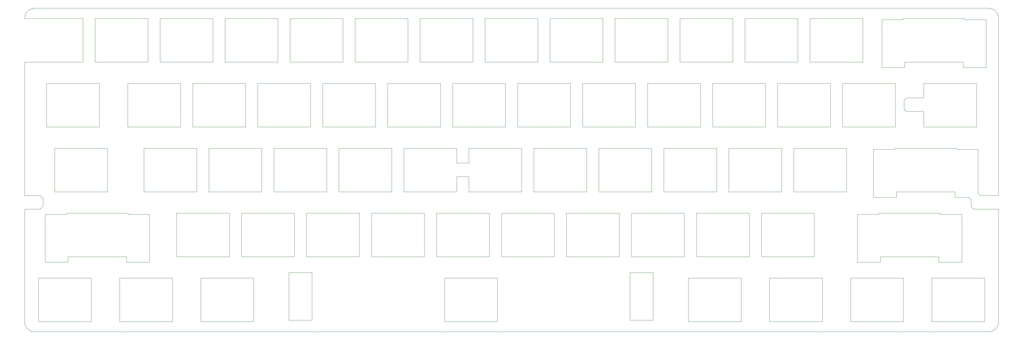
<source format=gbr>
G04 #@! TF.GenerationSoftware,KiCad,Pcbnew,(5.1.6-0-10_14)*
G04 #@! TF.CreationDate,2020-07-07T16:27:11+09:00*
G04 #@! TF.ProjectId,reviung61-top-plate,72657669-756e-4673-9631-2d746f702d70,1.0*
G04 #@! TF.SameCoordinates,Original*
G04 #@! TF.FileFunction,Profile,NP*
%FSLAX46Y46*%
G04 Gerber Fmt 4.6, Leading zero omitted, Abs format (unit mm)*
G04 Created by KiCad (PCBNEW (5.1.6-0-10_14)) date 2020-07-07 16:27:11*
%MOMM*%
%LPD*%
G01*
G04 APERTURE LIST*
G04 #@! TA.AperFunction,Profile*
%ADD10C,0.100000*%
G04 #@! TD*
G04 APERTURE END LIST*
D10*
X19994833Y-75000000D02*
X24040000Y-75000000D01*
X19994833Y-35822008D02*
X19994833Y-75000000D01*
X301882816Y-37421997D02*
X295132819Y-37421997D01*
X301882816Y-23421990D02*
X301882816Y-37421997D01*
X295569830Y-23421990D02*
X301882816Y-23421990D01*
X295569830Y-23021993D02*
X295569830Y-23421990D01*
X277569830Y-23021993D02*
X295569830Y-23021993D01*
X277569830Y-23421990D02*
X277569830Y-23021993D01*
X271256822Y-23421990D02*
X277569830Y-23421990D01*
X271256822Y-37421997D02*
X271256822Y-23421990D01*
X278006819Y-37421997D02*
X271256822Y-37421997D01*
X278006819Y-35822008D02*
X278006819Y-37421997D01*
X295132819Y-35822008D02*
X278006819Y-35822008D01*
X295132819Y-37421997D02*
X295132819Y-35822008D01*
X299082320Y-42071993D02*
X299082320Y-54872008D01*
X283582319Y-42071993D02*
X299082320Y-42071993D01*
X283582319Y-46345009D02*
X283582319Y-42071993D01*
X278804488Y-46345009D02*
X283582319Y-46345009D01*
X277804484Y-47345013D02*
X277809646Y-47242767D01*
X277809646Y-47242767D02*
X277824800Y-47143475D01*
X277824800Y-47143475D02*
X277865163Y-47001176D01*
X277865163Y-47001176D02*
X277925178Y-46868349D01*
X277925178Y-46868349D02*
X278003147Y-46746692D01*
X278003147Y-46746692D02*
X278097376Y-46637901D01*
X278097376Y-46637901D02*
X278206167Y-46543672D01*
X278206167Y-46543672D02*
X278327824Y-46465703D01*
X278327824Y-46465703D02*
X278460651Y-46405688D01*
X278460651Y-46405688D02*
X278602950Y-46365325D01*
X278602950Y-46365325D02*
X278702242Y-46350171D01*
X278702242Y-46350171D02*
X278804488Y-46345009D01*
X277804484Y-49344998D02*
X277804484Y-47345013D01*
X278804488Y-50345002D02*
X278702242Y-50339839D01*
X278702242Y-50339839D02*
X278602950Y-50324685D01*
X278602950Y-50324685D02*
X278460651Y-50284322D01*
X278460651Y-50284322D02*
X278327824Y-50224307D01*
X278327824Y-50224307D02*
X278206167Y-50146338D01*
X278206167Y-50146338D02*
X278097376Y-50052109D01*
X278097376Y-50052109D02*
X278003147Y-49943318D01*
X278003147Y-49943318D02*
X277925178Y-49821661D01*
X277925178Y-49821661D02*
X277865163Y-49688834D01*
X277865163Y-49688834D02*
X277824800Y-49546535D01*
X277824800Y-49546535D02*
X277809646Y-49447243D01*
X277809646Y-49447243D02*
X277804484Y-49344998D01*
X283582319Y-50345002D02*
X278804488Y-50345002D01*
X283582319Y-54872008D02*
X283582319Y-50345002D01*
X299082320Y-54872008D02*
X283582319Y-54872008D01*
X275258903Y-42071993D02*
X275258903Y-54872008D01*
X259758902Y-42071993D02*
X275258903Y-42071993D01*
X259758902Y-54872008D02*
X259758902Y-42071993D01*
X275258903Y-54872008D02*
X259758902Y-54872008D01*
X264113072Y-80571990D02*
X270426080Y-80571990D01*
X264113072Y-94571997D02*
X264113072Y-80571990D01*
X270863069Y-94571997D02*
X264113072Y-94571997D01*
X270863069Y-92972008D02*
X270863069Y-94571997D01*
X287989069Y-92972008D02*
X270863069Y-92972008D01*
X287989069Y-94571997D02*
X287989069Y-92972008D01*
X294739066Y-94571997D02*
X287989069Y-94571997D01*
X294739066Y-80571990D02*
X294739066Y-94571997D01*
X288426080Y-80571990D02*
X294739066Y-80571990D01*
X288426080Y-80171993D02*
X288426080Y-80571990D01*
X270426080Y-80171993D02*
X288426080Y-80171993D01*
X270426080Y-80571990D02*
X270426080Y-80171993D01*
X285963569Y-99221993D02*
X301463570Y-99221993D01*
X285963569Y-112022008D02*
X285963569Y-99221993D01*
X301463570Y-112022008D02*
X285963569Y-112022008D01*
X301463570Y-99221993D02*
X301463570Y-112022008D01*
X277651070Y-99221993D02*
X277651070Y-112022008D01*
X262151069Y-99221993D02*
X277651070Y-99221993D01*
X262151069Y-112022008D02*
X262151069Y-99221993D01*
X277651070Y-112022008D02*
X262151069Y-112022008D01*
X260994055Y-61121993D02*
X260994055Y-73922008D01*
X245494053Y-61121993D02*
X260994055Y-61121993D01*
X245494053Y-73922008D02*
X245494053Y-61121993D01*
X260994055Y-73922008D02*
X245494053Y-73922008D01*
X253838570Y-99221993D02*
X253838570Y-112022008D01*
X238338569Y-99221993D02*
X253838570Y-99221993D01*
X238338569Y-112022008D02*
X238338569Y-99221993D01*
X253838570Y-112022008D02*
X238338569Y-112022008D01*
X235943969Y-92972008D02*
X235943969Y-80171993D01*
X251443970Y-92972008D02*
X235943969Y-92972008D01*
X251443970Y-80171993D02*
X251443970Y-92972008D01*
X235943969Y-80171993D02*
X251443970Y-80171993D01*
X232393970Y-80171993D02*
X232393970Y-92972008D01*
X216893969Y-80171993D02*
X232393970Y-80171993D01*
X216893969Y-92972008D02*
X216893969Y-80171993D01*
X232393970Y-92972008D02*
X216893969Y-92972008D01*
X230026070Y-99221993D02*
X230026070Y-112022008D01*
X214526069Y-99221993D02*
X230026070Y-99221993D01*
X214526069Y-112022008D02*
X214526069Y-99221993D01*
X230026070Y-112022008D02*
X214526069Y-112022008D01*
X213343970Y-80171993D02*
X213343970Y-92972008D01*
X197843969Y-80171993D02*
X213343970Y-80171993D01*
X197843969Y-92972008D02*
X197843969Y-80171993D01*
X213343970Y-92972008D02*
X197843969Y-92972008D01*
X204213778Y-111627588D02*
X197463781Y-111627588D01*
X204213563Y-97627581D02*
X204213778Y-111627588D01*
X197463566Y-97627581D02*
X204213563Y-97627581D01*
X197463781Y-111627588D02*
X197463566Y-97627581D01*
X203844055Y-73922008D02*
X188344053Y-73922008D01*
X203844055Y-61121993D02*
X203844055Y-73922008D01*
X188344053Y-61121993D02*
X203844055Y-61121993D01*
X188344053Y-73922008D02*
X188344053Y-61121993D01*
X194293970Y-80171993D02*
X194293970Y-92972008D01*
X178793969Y-80171993D02*
X194293970Y-80171993D01*
X178793969Y-92972008D02*
X178793969Y-80171993D01*
X194293970Y-92972008D02*
X178793969Y-92972008D01*
X175243970Y-80171993D02*
X175243970Y-92972008D01*
X159743969Y-80171993D02*
X175243970Y-80171993D01*
X159743969Y-92972008D02*
X159743969Y-80171993D01*
X175243970Y-92972008D02*
X159743969Y-92972008D01*
X158588570Y-99221993D02*
X158588570Y-112022008D01*
X143088569Y-99221993D02*
X158588570Y-99221993D01*
X143088569Y-112022008D02*
X143088569Y-99221993D01*
X158588570Y-112022008D02*
X143088569Y-112022008D01*
X140693969Y-92972008D02*
X140693969Y-80171993D01*
X156193970Y-92972008D02*
X140693969Y-92972008D01*
X156193970Y-80171993D02*
X156193970Y-92972008D01*
X140693969Y-80171993D02*
X156193970Y-80171993D01*
X137143970Y-80171993D02*
X137143970Y-92972008D01*
X121643969Y-80171993D02*
X137143970Y-80171993D01*
X121643969Y-92972008D02*
X121643969Y-80171993D01*
X137143970Y-92972008D02*
X121643969Y-92972008D01*
X118093970Y-80171993D02*
X118093970Y-92972008D01*
X102593969Y-80171993D02*
X118093970Y-80171993D01*
X102593969Y-92972008D02*
X102593969Y-80171993D01*
X118093970Y-92972008D02*
X102593969Y-92972008D01*
X104213573Y-111627588D02*
X97463576Y-111627588D01*
X104213573Y-97627581D02*
X104213573Y-111627588D01*
X97463576Y-97627581D02*
X104213573Y-97627581D01*
X97463576Y-111627588D02*
X97463576Y-97627581D01*
X99043970Y-92972008D02*
X83543969Y-92972008D01*
X99043970Y-80171993D02*
X99043970Y-92972008D01*
X83543969Y-80171993D02*
X99043970Y-80171993D01*
X83543969Y-92972008D02*
X83543969Y-80171993D01*
X87151070Y-99221993D02*
X87151070Y-112022008D01*
X71651069Y-99221993D02*
X87151070Y-99221993D01*
X71651069Y-112022008D02*
X71651069Y-99221993D01*
X87151070Y-112022008D02*
X71651069Y-112022008D01*
X64493969Y-92972008D02*
X64493969Y-80171993D01*
X79993970Y-92972008D02*
X64493969Y-92972008D01*
X79993970Y-80171993D02*
X79993970Y-92972008D01*
X64493969Y-80171993D02*
X79993970Y-80171993D01*
X63338570Y-99221993D02*
X63338570Y-112022008D01*
X47838569Y-99221993D02*
X63338570Y-99221993D01*
X299501566Y-73982340D02*
X299506728Y-74084585D01*
X299506728Y-74084585D02*
X299521882Y-74183877D01*
X299521882Y-74183877D02*
X299562245Y-74326176D01*
X299562245Y-74326176D02*
X299622260Y-74459003D01*
X299622260Y-74459003D02*
X299700229Y-74580660D01*
X299700229Y-74580660D02*
X299794458Y-74689451D01*
X299794458Y-74689451D02*
X299903249Y-74783680D01*
X299903249Y-74783680D02*
X300024906Y-74861649D01*
X300024906Y-74861649D02*
X300157733Y-74921664D01*
X300157733Y-74921664D02*
X300300032Y-74962027D01*
X300300032Y-74962027D02*
X300399324Y-74977181D01*
X300399324Y-74977181D02*
X300501570Y-74982344D01*
X299501566Y-61521990D02*
X299501566Y-73982340D01*
X293188580Y-61521990D02*
X299501566Y-61521990D01*
X293188580Y-61121993D02*
X293188580Y-61521990D01*
X275188580Y-61121993D02*
X293188580Y-61121993D01*
X275188580Y-61521990D02*
X275188580Y-61121993D01*
X268875572Y-61521990D02*
X275188580Y-61521990D01*
X268875572Y-75521997D02*
X268875572Y-61521990D01*
X275625569Y-75521997D02*
X268875572Y-75521997D01*
X275625569Y-73922008D02*
X275625569Y-75521997D01*
X292751569Y-73922008D02*
X275625569Y-73922008D01*
X292751569Y-75521997D02*
X292751569Y-73922008D01*
X25988072Y-80571990D02*
X32301080Y-80571990D01*
X26407319Y-54872008D02*
X26407319Y-42071993D01*
X41907320Y-54872008D02*
X26407319Y-54872008D01*
X41907320Y-42071993D02*
X41907320Y-54872008D01*
X26407319Y-42071993D02*
X41907320Y-42071993D01*
X28788569Y-61121993D02*
X44288570Y-61121993D01*
X28788569Y-73922008D02*
X28788569Y-61121993D01*
X44288570Y-73922008D02*
X28788569Y-73922008D01*
X44288570Y-61121993D02*
X44288570Y-73922008D01*
X40694819Y-35822008D02*
X40694819Y-23021993D01*
X56194820Y-35822008D02*
X40694819Y-35822008D01*
X56194820Y-23021993D02*
X56194820Y-35822008D01*
X40694819Y-23021993D02*
X56194820Y-23021993D01*
X59744819Y-35822008D02*
X59744819Y-23021993D01*
X75244820Y-35822008D02*
X59744819Y-35822008D01*
X75244820Y-23021993D02*
X75244820Y-35822008D01*
X59744819Y-23021993D02*
X75244820Y-23021993D01*
X78794819Y-35822008D02*
X78794819Y-23021993D01*
X94294820Y-35822008D02*
X78794819Y-35822008D01*
X94294820Y-23021993D02*
X94294820Y-35822008D01*
X78794819Y-23021993D02*
X94294820Y-23021993D01*
X97844819Y-35822008D02*
X97844819Y-23021993D01*
X113344820Y-35822008D02*
X97844819Y-35822008D01*
X113344820Y-23021993D02*
X113344820Y-35822008D01*
X97844819Y-23021993D02*
X113344820Y-23021993D01*
X116894819Y-35822008D02*
X116894819Y-23021993D01*
X132394820Y-35822008D02*
X116894819Y-35822008D01*
X132394820Y-23021993D02*
X132394820Y-35822008D01*
X116894819Y-23021993D02*
X132394820Y-23021993D01*
X135944819Y-35822008D02*
X135944819Y-23021993D01*
X151444820Y-35822008D02*
X135944819Y-35822008D01*
X151444820Y-23021993D02*
X151444820Y-35822008D01*
X135944819Y-23021993D02*
X151444820Y-23021993D01*
X154994819Y-35822008D02*
X154994819Y-23021993D01*
X170494820Y-35822008D02*
X154994819Y-35822008D01*
X170494820Y-23021993D02*
X170494820Y-35822008D01*
X154994819Y-23021993D02*
X170494820Y-23021993D01*
X174044819Y-35822008D02*
X174044819Y-23021993D01*
X189544820Y-35822008D02*
X174044819Y-35822008D01*
X189544820Y-23021993D02*
X189544820Y-35822008D01*
X174044819Y-23021993D02*
X189544820Y-23021993D01*
X199058903Y-54872008D02*
X183558902Y-54872008D01*
X199058903Y-42071993D02*
X199058903Y-54872008D01*
X183558902Y-42071993D02*
X199058903Y-42071993D01*
X183558902Y-54872008D02*
X183558902Y-42071993D01*
X169294053Y-73922008D02*
X169294053Y-61121993D01*
X184794055Y-73922008D02*
X169294053Y-73922008D01*
X184794055Y-61121993D02*
X184794055Y-73922008D01*
X169294053Y-61121993D02*
X184794055Y-61121993D01*
X180008903Y-54872008D02*
X164508902Y-54872008D01*
X180008903Y-42071993D02*
X180008903Y-54872008D01*
X164508902Y-42071993D02*
X180008903Y-42071993D01*
X164508902Y-54872008D02*
X164508902Y-42071993D01*
X160958903Y-54872008D02*
X145458902Y-54872008D01*
X160958903Y-42071993D02*
X160958903Y-54872008D01*
X145458902Y-42071993D02*
X160958903Y-42071993D01*
X145458902Y-54872008D02*
X145458902Y-42071993D01*
X141908903Y-54872008D02*
X126408902Y-54872008D01*
X141908903Y-42071993D02*
X141908903Y-54872008D01*
X126408902Y-42071993D02*
X141908903Y-42071993D01*
X126408902Y-54872008D02*
X126408902Y-42071993D01*
X112144053Y-73922008D02*
X112144053Y-61121993D01*
X127644055Y-73922008D02*
X112144053Y-73922008D01*
X127644055Y-61121993D02*
X127644055Y-73922008D01*
X112144053Y-61121993D02*
X127644055Y-61121993D01*
X122858903Y-54872008D02*
X107358902Y-54872008D01*
X122858903Y-42071993D02*
X122858903Y-54872008D01*
X107358902Y-42071993D02*
X122858903Y-42071993D01*
X107358902Y-54872008D02*
X107358902Y-42071993D01*
X93094053Y-73922008D02*
X93094053Y-61121993D01*
X108594055Y-73922008D02*
X93094053Y-73922008D01*
X108594055Y-61121993D02*
X108594055Y-73922008D01*
X93094053Y-61121993D02*
X108594055Y-61121993D01*
X103808903Y-54872008D02*
X88308902Y-54872008D01*
X103808903Y-42071993D02*
X103808903Y-54872008D01*
X88308902Y-42071993D02*
X103808903Y-42071993D01*
X88308902Y-54872008D02*
X88308902Y-42071993D01*
X74044053Y-73922008D02*
X74044053Y-61121993D01*
X89544055Y-73922008D02*
X74044053Y-73922008D01*
X89544055Y-61121993D02*
X89544055Y-73922008D01*
X74044053Y-61121993D02*
X89544055Y-61121993D01*
X84758903Y-54872008D02*
X69258902Y-54872008D01*
X84758903Y-42071993D02*
X84758903Y-54872008D01*
X69258902Y-42071993D02*
X84758903Y-42071993D01*
X69258902Y-54872008D02*
X69258902Y-42071993D01*
X65708903Y-54872008D02*
X50208902Y-54872008D01*
X65708903Y-42071993D02*
X65708903Y-54872008D01*
X50208902Y-42071993D02*
X65708903Y-42071993D01*
X50208902Y-54872008D02*
X50208902Y-42071993D01*
X54994053Y-73922008D02*
X54994053Y-61121993D01*
X70494055Y-73922008D02*
X54994053Y-73922008D01*
X70494055Y-61121993D02*
X70494055Y-73922008D01*
X54994053Y-61121993D02*
X70494055Y-61121993D01*
X150244053Y-69455334D02*
X146694055Y-69455334D01*
X150244053Y-73922008D02*
X150244053Y-69455334D01*
X165744055Y-73922008D02*
X150244053Y-73922008D01*
X165744055Y-61121993D02*
X165744055Y-73922008D01*
X150244053Y-61121993D02*
X165744055Y-61121993D01*
X150244053Y-65455342D02*
X150244053Y-61121993D01*
X146694055Y-65455342D02*
X150244053Y-65455342D01*
X146694055Y-61121993D02*
X146694055Y-65455342D01*
X131194053Y-61121993D02*
X146694055Y-61121993D01*
X131194053Y-73922008D02*
X131194053Y-61121993D01*
X146694055Y-73922008D02*
X131194053Y-73922008D01*
X146694055Y-69455334D02*
X146694055Y-73922008D01*
X193094819Y-35822008D02*
X193094819Y-23021993D01*
X208594820Y-35822008D02*
X193094819Y-35822008D01*
X208594820Y-23021993D02*
X208594820Y-35822008D01*
X193094819Y-23021993D02*
X208594820Y-23021993D01*
X212144819Y-35822008D02*
X212144819Y-23021993D01*
X227644820Y-35822008D02*
X212144819Y-35822008D01*
X227644820Y-23021993D02*
X227644820Y-35822008D01*
X212144819Y-23021993D02*
X227644820Y-23021993D01*
X231194819Y-35822008D02*
X231194819Y-23021993D01*
X246694820Y-35822008D02*
X231194819Y-35822008D01*
X246694820Y-23021993D02*
X246694820Y-35822008D01*
X231194819Y-23021993D02*
X246694820Y-23021993D01*
X256208903Y-54872008D02*
X240708902Y-54872008D01*
X256208903Y-42071993D02*
X256208903Y-54872008D01*
X240708902Y-42071993D02*
X256208903Y-42071993D01*
X240708902Y-54872008D02*
X240708902Y-42071993D01*
X226444053Y-73922008D02*
X226444053Y-61121993D01*
X241944055Y-73922008D02*
X226444053Y-73922008D01*
X241944055Y-61121993D02*
X241944055Y-73922008D01*
X226444053Y-61121993D02*
X241944055Y-61121993D01*
X237158903Y-54872008D02*
X221658902Y-54872008D01*
X237158903Y-42071993D02*
X237158903Y-54872008D01*
X221658902Y-42071993D02*
X237158903Y-42071993D01*
X221658902Y-54872008D02*
X221658902Y-42071993D01*
X218108903Y-54872008D02*
X202608902Y-54872008D01*
X218108903Y-42071993D02*
X218108903Y-54872008D01*
X202608902Y-42071993D02*
X218108903Y-42071993D01*
X202608902Y-54872008D02*
X202608902Y-42071993D01*
X207394053Y-73922008D02*
X207394053Y-61121993D01*
X222894055Y-73922008D02*
X207394053Y-73922008D01*
X222894055Y-61121993D02*
X222894055Y-73922008D01*
X207394053Y-61121993D02*
X222894055Y-61121993D01*
X250244819Y-35822008D02*
X250244819Y-23021993D01*
X265744820Y-35822008D02*
X250244819Y-35822008D01*
X265744820Y-23021993D02*
X265744820Y-35822008D01*
X250244819Y-23021993D02*
X265744820Y-23021993D01*
X32738069Y-94571997D02*
X25988072Y-94571997D01*
X32738069Y-92972008D02*
X32738069Y-94571997D01*
X49864069Y-92972008D02*
X32738069Y-92972008D01*
X49864069Y-94571997D02*
X49864069Y-92972008D01*
X56614067Y-94571997D02*
X49864069Y-94571997D01*
X56614067Y-80571990D02*
X56614067Y-94571997D01*
X50301080Y-80571990D02*
X56614067Y-80571990D01*
X50301080Y-80171993D02*
X50301080Y-80571990D01*
X32301080Y-80171993D02*
X50301080Y-80171993D01*
X32301080Y-80571990D02*
X32301080Y-80171993D01*
X24026069Y-99221993D02*
X39526070Y-99221993D01*
X24026069Y-112022008D02*
X24026069Y-99221993D01*
X39526070Y-112022008D02*
X24026069Y-112022008D01*
X25988072Y-94571997D02*
X25988072Y-80571990D01*
X302494816Y-115021997D02*
X302649195Y-115018093D01*
X302649195Y-115018093D02*
X302801548Y-115006508D01*
X302801548Y-115006508D02*
X302951686Y-114987430D01*
X302951686Y-114987430D02*
X303099421Y-114961048D01*
X303099421Y-114961048D02*
X303244563Y-114927549D01*
X303244563Y-114927549D02*
X303386925Y-114887123D01*
X303386925Y-114887123D02*
X303526317Y-114839959D01*
X303526317Y-114839959D02*
X303662553Y-114786243D01*
X303662553Y-114786243D02*
X303795442Y-114726166D01*
X303795442Y-114726166D02*
X303924796Y-114659915D01*
X303924796Y-114659915D02*
X304050428Y-114587679D01*
X304050428Y-114587679D02*
X304172147Y-114509647D01*
X304172147Y-114509647D02*
X304289767Y-114426007D01*
X304289767Y-114426007D02*
X304403098Y-114336947D01*
X304403098Y-114336947D02*
X304511953Y-114242656D01*
X304511953Y-114242656D02*
X304616141Y-114143322D01*
X304616141Y-114143322D02*
X304715476Y-114039135D01*
X304715476Y-114039135D02*
X304809768Y-113930282D01*
X304809768Y-113930282D02*
X304898829Y-113816951D01*
X304898829Y-113816951D02*
X304982470Y-113699332D01*
X304982470Y-113699332D02*
X305060503Y-113577614D01*
X305060503Y-113577614D02*
X305132740Y-113451983D01*
X305132740Y-113451983D02*
X305198992Y-113322629D01*
X305198992Y-113322629D02*
X305259070Y-113189741D01*
X305259070Y-113189741D02*
X305312786Y-113053507D01*
X305312786Y-113053507D02*
X305359951Y-112914115D01*
X305359951Y-112914115D02*
X305400378Y-112771753D01*
X305400378Y-112771753D02*
X305433877Y-112626612D01*
X305433877Y-112626612D02*
X305460259Y-112478878D01*
X305460259Y-112478878D02*
X305479338Y-112328740D01*
X305479338Y-112328740D02*
X305490923Y-112176387D01*
X305490923Y-112176387D02*
X305494827Y-112022008D01*
X22994822Y-115021997D02*
X302494816Y-115021997D01*
X47838569Y-112022008D02*
X47838569Y-99221993D01*
X63338570Y-112022008D02*
X47838569Y-112022008D01*
X39526070Y-99221993D02*
X39526070Y-112022008D01*
X22994822Y-20022004D02*
X22840442Y-20025907D01*
X22840442Y-20025907D02*
X22688089Y-20037492D01*
X22688089Y-20037492D02*
X22537951Y-20056570D01*
X22537951Y-20056570D02*
X22390217Y-20082952D01*
X22390217Y-20082952D02*
X22245076Y-20116451D01*
X22245076Y-20116451D02*
X22102714Y-20156877D01*
X22102714Y-20156877D02*
X21963322Y-20204041D01*
X21963322Y-20204041D02*
X21827088Y-20257757D01*
X21827088Y-20257757D02*
X21694200Y-20317834D01*
X21694200Y-20317834D02*
X21564846Y-20384085D01*
X21564846Y-20384085D02*
X21439215Y-20456321D01*
X21439215Y-20456321D02*
X21317497Y-20534353D01*
X21317497Y-20534353D02*
X21199878Y-20617993D01*
X21199878Y-20617993D02*
X21086547Y-20707053D01*
X21086547Y-20707053D02*
X20977694Y-20801344D01*
X20977694Y-20801344D02*
X20873507Y-20900678D01*
X20873507Y-20900678D02*
X20774173Y-21004865D01*
X20774173Y-21004865D02*
X20679882Y-21113718D01*
X20679882Y-21113718D02*
X20590822Y-21227049D01*
X20590822Y-21227049D02*
X20507182Y-21344668D01*
X20507182Y-21344668D02*
X20429150Y-21466386D01*
X20429150Y-21466386D02*
X20356914Y-21592017D01*
X20356914Y-21592017D02*
X20290663Y-21721371D01*
X20290663Y-21721371D02*
X20230586Y-21854259D01*
X20230586Y-21854259D02*
X20176870Y-21990493D01*
X20176870Y-21990493D02*
X20129706Y-22129885D01*
X20129706Y-22129885D02*
X20089280Y-22272247D01*
X20089280Y-22272247D02*
X20055781Y-22417388D01*
X20055781Y-22417388D02*
X20029399Y-22565122D01*
X20029399Y-22565122D02*
X20010321Y-22715260D01*
X20010321Y-22715260D02*
X19998736Y-22867613D01*
X19998736Y-22867613D02*
X19994833Y-23021993D01*
X302494816Y-20022004D02*
X22994822Y-20022004D01*
X19994833Y-23021993D02*
X37144820Y-23021993D01*
X305494827Y-74982344D02*
X305494827Y-23021993D01*
X296494816Y-75521997D02*
X292751569Y-75521997D01*
X297494820Y-76522000D02*
X297489657Y-76419754D01*
X297489657Y-76419754D02*
X297474503Y-76320462D01*
X297474503Y-76320462D02*
X297434140Y-76178163D01*
X297434140Y-76178163D02*
X297374125Y-76045336D01*
X297374125Y-76045336D02*
X297296156Y-75923679D01*
X297296156Y-75923679D02*
X297201927Y-75814889D01*
X297201927Y-75814889D02*
X297093136Y-75720660D01*
X297093136Y-75720660D02*
X296971479Y-75642690D01*
X296971479Y-75642690D02*
X296838652Y-75582676D01*
X296838652Y-75582676D02*
X296696353Y-75542313D01*
X296696353Y-75542313D02*
X296597061Y-75527159D01*
X296597061Y-75527159D02*
X296494816Y-75521997D01*
X297494820Y-77982333D02*
X297494820Y-76522000D01*
X24040000Y-78999993D02*
X19994833Y-78999993D01*
X19994833Y-78999993D02*
X19994833Y-112022008D01*
X25440000Y-77600014D02*
X25432771Y-77743153D01*
X25432771Y-77743153D02*
X25411556Y-77882158D01*
X25411556Y-77882158D02*
X25377057Y-78016324D01*
X25377057Y-78016324D02*
X25329979Y-78144948D01*
X25329979Y-78144948D02*
X25271025Y-78267327D01*
X25271025Y-78267327D02*
X25200898Y-78382755D01*
X25200898Y-78382755D02*
X25120304Y-78490530D01*
X25120304Y-78490530D02*
X25029945Y-78589948D01*
X25029945Y-78589948D02*
X24930525Y-78680305D01*
X24930525Y-78680305D02*
X24822748Y-78760898D01*
X24822748Y-78760898D02*
X24707317Y-78831023D01*
X24707317Y-78831023D02*
X24584938Y-78889975D01*
X24584938Y-78889975D02*
X24456312Y-78937052D01*
X24456312Y-78937052D02*
X24322145Y-78971550D01*
X24322145Y-78971550D02*
X24183139Y-78992765D01*
X24183139Y-78992765D02*
X24040000Y-78999993D01*
X19994833Y-112022008D02*
X19998736Y-112176387D01*
X19998736Y-112176387D02*
X20010321Y-112328740D01*
X20010321Y-112328740D02*
X20029399Y-112478878D01*
X20029399Y-112478878D02*
X20055781Y-112626612D01*
X20055781Y-112626612D02*
X20089280Y-112771753D01*
X20089280Y-112771753D02*
X20129706Y-112914115D01*
X20129706Y-112914115D02*
X20176870Y-113053507D01*
X20176870Y-113053507D02*
X20230586Y-113189741D01*
X20230586Y-113189741D02*
X20290663Y-113322629D01*
X20290663Y-113322629D02*
X20356914Y-113451983D01*
X20356914Y-113451983D02*
X20429150Y-113577614D01*
X20429150Y-113577614D02*
X20507182Y-113699332D01*
X20507182Y-113699332D02*
X20590822Y-113816951D01*
X20590822Y-113816951D02*
X20679882Y-113930282D01*
X20679882Y-113930282D02*
X20774173Y-114039135D01*
X20774173Y-114039135D02*
X20873507Y-114143322D01*
X20873507Y-114143322D02*
X20977694Y-114242656D01*
X20977694Y-114242656D02*
X21086547Y-114336947D01*
X21086547Y-114336947D02*
X21199878Y-114426007D01*
X21199878Y-114426007D02*
X21317497Y-114509647D01*
X21317497Y-114509647D02*
X21439215Y-114587679D01*
X21439215Y-114587679D02*
X21564846Y-114659915D01*
X21564846Y-114659915D02*
X21694200Y-114726166D01*
X21694200Y-114726166D02*
X21827088Y-114786243D01*
X21827088Y-114786243D02*
X21963322Y-114839959D01*
X21963322Y-114839959D02*
X22102714Y-114887123D01*
X22102714Y-114887123D02*
X22245076Y-114927549D01*
X22245076Y-114927549D02*
X22390217Y-114961048D01*
X22390217Y-114961048D02*
X22537951Y-114987430D01*
X22537951Y-114987430D02*
X22688089Y-115006508D01*
X22688089Y-115006508D02*
X22840442Y-115018093D01*
X22840442Y-115018093D02*
X22994822Y-115021997D01*
X305494827Y-112022008D02*
X305494827Y-78982337D01*
X37144820Y-35822008D02*
X19994833Y-35822008D01*
X37144820Y-23021993D02*
X37144820Y-35822008D01*
X305494827Y-23021993D02*
X305490923Y-22867613D01*
X305490923Y-22867613D02*
X305479338Y-22715260D01*
X305479338Y-22715260D02*
X305460259Y-22565122D01*
X305460259Y-22565122D02*
X305433877Y-22417388D01*
X305433877Y-22417388D02*
X305400378Y-22272247D01*
X305400378Y-22272247D02*
X305359951Y-22129885D01*
X305359951Y-22129885D02*
X305312786Y-21990493D01*
X305312786Y-21990493D02*
X305259070Y-21854259D01*
X305259070Y-21854259D02*
X305198992Y-21721371D01*
X305198992Y-21721371D02*
X305132740Y-21592017D01*
X305132740Y-21592017D02*
X305060503Y-21466386D01*
X305060503Y-21466386D02*
X304982470Y-21344668D01*
X304982470Y-21344668D02*
X304898829Y-21227049D01*
X304898829Y-21227049D02*
X304809768Y-21113718D01*
X304809768Y-21113718D02*
X304715476Y-21004865D01*
X304715476Y-21004865D02*
X304616141Y-20900678D01*
X304616141Y-20900678D02*
X304511953Y-20801344D01*
X304511953Y-20801344D02*
X304403098Y-20707053D01*
X304403098Y-20707053D02*
X304289767Y-20617993D01*
X304289767Y-20617993D02*
X304172147Y-20534353D01*
X304172147Y-20534353D02*
X304050428Y-20456321D01*
X304050428Y-20456321D02*
X303924796Y-20384085D01*
X303924796Y-20384085D02*
X303795442Y-20317834D01*
X303795442Y-20317834D02*
X303662553Y-20257757D01*
X303662553Y-20257757D02*
X303526317Y-20204041D01*
X303526317Y-20204041D02*
X303386925Y-20156877D01*
X303386925Y-20156877D02*
X303244563Y-20116451D01*
X303244563Y-20116451D02*
X303099421Y-20082952D01*
X303099421Y-20082952D02*
X302951686Y-20056570D01*
X302951686Y-20056570D02*
X302801548Y-20037492D01*
X302801548Y-20037492D02*
X302649195Y-20025907D01*
X302649195Y-20025907D02*
X302494816Y-20022004D01*
X300501570Y-74982344D02*
X305494827Y-74982344D01*
X298494823Y-78982337D02*
X298392577Y-78977174D01*
X298392577Y-78977174D02*
X298293286Y-78962020D01*
X298293286Y-78962020D02*
X298150986Y-78921657D01*
X298150986Y-78921657D02*
X298018160Y-78861642D01*
X298018160Y-78861642D02*
X297896503Y-78783673D01*
X297896503Y-78783673D02*
X297787712Y-78689444D01*
X297787712Y-78689444D02*
X297693483Y-78580653D01*
X297693483Y-78580653D02*
X297615514Y-78458996D01*
X297615514Y-78458996D02*
X297555499Y-78326169D01*
X297555499Y-78326169D02*
X297515136Y-78183870D01*
X297515136Y-78183870D02*
X297499982Y-78084578D01*
X297499982Y-78084578D02*
X297494820Y-77982333D01*
X305494827Y-78982337D02*
X298494823Y-78982337D01*
X25440000Y-76400001D02*
X25440000Y-77600014D01*
X24040000Y-75000000D02*
X24183139Y-75007227D01*
X24183139Y-75007227D02*
X24322145Y-75028442D01*
X24322145Y-75028442D02*
X24456312Y-75062940D01*
X24456312Y-75062940D02*
X24584938Y-75110017D01*
X24584938Y-75110017D02*
X24707317Y-75168970D01*
X24707317Y-75168970D02*
X24822748Y-75239095D01*
X24822748Y-75239095D02*
X24930525Y-75319689D01*
X24930525Y-75319689D02*
X25029945Y-75410047D01*
X25029945Y-75410047D02*
X25120304Y-75509466D01*
X25120304Y-75509466D02*
X25200898Y-75617242D01*
X25200898Y-75617242D02*
X25271025Y-75732673D01*
X25271025Y-75732673D02*
X25329979Y-75855053D01*
X25329979Y-75855053D02*
X25377057Y-75983679D01*
X25377057Y-75983679D02*
X25411556Y-76117849D01*
X25411556Y-76117849D02*
X25432771Y-76256857D01*
X25432771Y-76256857D02*
X25440000Y-76400001D01*
M02*

</source>
